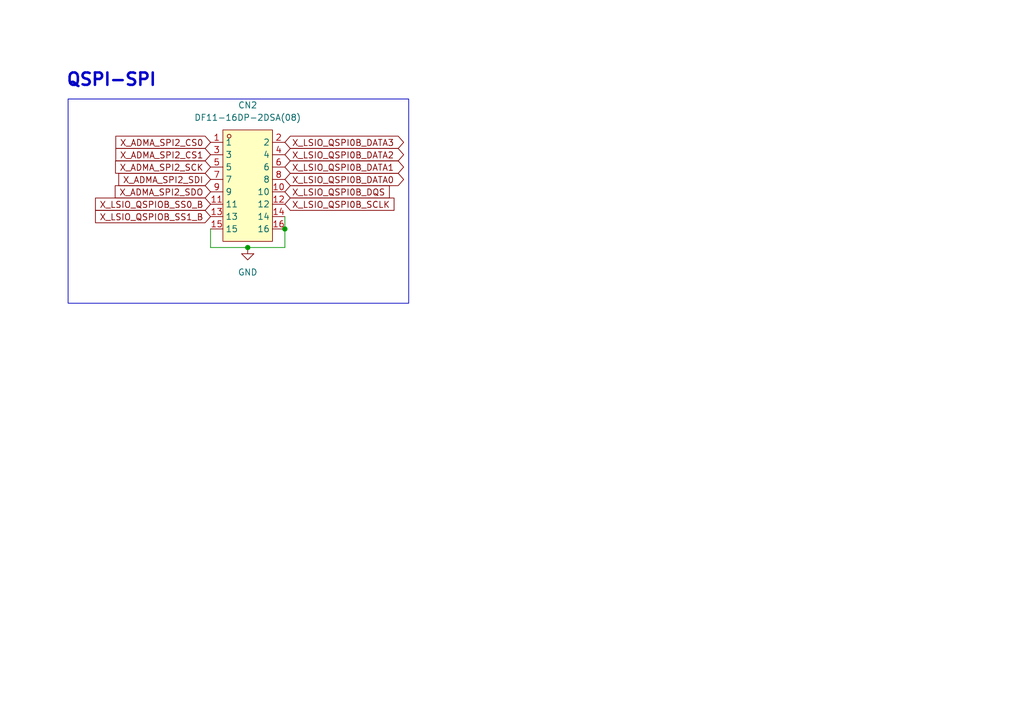
<source format=kicad_sch>
(kicad_sch (version 20250114) (generator "eeschema") (generator_version "9.0")
  (paper "A5")
  (lib_symbols
    (symbol "imx8_carrier_board_symbol_library:DF11-16DP-2DSA(08)"
      (property "Reference" "CN" (at 0 13.97 0))
      (property "Value" "DF11-16DP-2DSA(08)" (at 0 -13.97 0))
      (symbol "DF11-16DP-2DSA(08)_0_1"
        (rectangle (start -5.08 11.43) (end 5.08 -11.43) (fill (type background)))
        (circle (center -3.81 10.16) (radius 0.38))
        (pin unspecified line (at -7.62 8.89 0) (length 2.54) (name "1") (number "1"))
        (pin unspecified line (at -7.62 6.35 0) (length 2.54) (name "3") (number "3"))
        (pin unspecified line (at -7.62 3.81 0) (length 2.54) (name "5") (number "5"))
        (pin unspecified line (at -7.62 1.27 0) (length 2.54) (name "7") (number "7"))
        (pin unspecified line (at -7.62 -1.27 0) (length 2.54) (name "9") (number "9"))
        (pin unspecified line (at -7.62 -3.81 0) (length 2.54) (name "11") (number "11"))
        (pin unspecified line (at -7.62 -6.35 0) (length 2.54) (name "13") (number "13"))
        (pin unspecified line (at -7.62 -8.89 0) (length 2.54) (name "15") (number "15"))
        (pin unspecified line (at 7.62 8.89 180) (length 2.54) (name "2") (number "2"))
        (pin unspecified line (at 7.62 6.35 180) (length 2.54) (name "4") (number "4"))
        (pin unspecified line (at 7.62 3.81 180) (length 2.54) (name "6") (number "6"))
        (pin unspecified line (at 7.62 1.27 180) (length 2.54) (name "8") (number "8"))
        (pin unspecified line (at 7.62 -1.27 180) (length 2.54) (name "10") (number "10"))
        (pin unspecified line (at 7.62 -3.81 180) (length 2.54) (name "12") (number "12"))
        (pin unspecified line (at 7.62 -6.35 180) (length 2.54) (name "14") (number "14"))
        (pin unspecified line (at 7.62 -8.89 180) (length 2.54) (name "16") (number "16"))
      )
    )
    (symbol "power:GND" (power) (pin_numbers (hide yes)) (pin_names (offset 0) (hide yes))
      (property "Value" "GND" (at 0 -3.81 0))
      (symbol "GND_0_1"
        (polyline (pts (xy 0 0) (xy 0 -1.27) (xy 1.27 -1.27) (xy 0 -2.54) (xy -1.27 -1.27) (xy 0 -1.27)))
      )
      (symbol "GND_1_1"
        (pin power_in line (at 0 0 270) (length 0) (name "~") (number "1"))
      )
    )
  )
  (rectangle (start 13.97 20.32) (end 83.82 62.23))
  (text "QSPI-SPI" (at 22.86 16.51 0) (effects (font (size 2.54 2.54) (thickness 0.508) (bold yes))))
  (junction (at 58.42 46.99))
  (junction (at 50.8 50.8))
  (wire (pts (xy 58.42 46.99) (xy 58.42 50.8)))
  (wire (pts (xy 43.18 50.8) (xy 50.8 50.8)))
  (wire (pts (xy 58.42 44.45) (xy 58.42 46.99)))
  (wire (pts (xy 50.8 50.8) (xy 58.42 50.8)))
  (wire (pts (xy 43.18 46.99) (xy 43.18 50.8)))
  (global_label "X_ADMA_SPI2_CS0" (shape input) (at 43.18 29.21 180) (property "Intersheetrefs" "${INTERSHEET_REFS}" (effects (hide yes))))
  (global_label "X_LSIO_QSPI0B_DATA1" (shape bidirectional) (at 58.42 34.29 0) (property "Intersheetrefs" "${INTERSHEET_REFS}" (effects (hide yes))))
  (global_label "X_LSIO_QSPI0B_DATA2" (shape bidirectional) (at 58.42 31.75 0) (property "Intersheetrefs" "${INTERSHEET_REFS}" (effects (hide yes))))
  (global_label "X_LSIO_QSPI0B_DATA0" (shape bidirectional) (at 58.42 36.83 0) (property "Intersheetrefs" "${INTERSHEET_REFS}" (effects (hide yes))))
  (global_label "X_LSIO_QSPIOB_SS0_B" (shape input) (at 43.18 41.91 180) (property "Intersheetrefs" "${INTERSHEET_REFS}" (effects (hide yes))))
  (global_label "X_ADMA_SPI2_SCK" (shape input) (at 43.18 34.29 180) (property "Intersheetrefs" "${INTERSHEET_REFS}" (effects (hide yes))))
  (global_label "X_LSIO_QSPI0B_DQS" (shape input) (at 58.42 39.37 0) (property "Intersheetrefs" "${INTERSHEET_REFS}" (effects (hide yes))))
  (global_label "X_ADMA_SPI2_CS1" (shape input) (at 43.18 31.75 180) (property "Intersheetrefs" "${INTERSHEET_REFS}" (effects (hide yes))))
  (global_label "X_LSIO_QSPI0B_DATA3" (shape bidirectional) (at 58.42 29.21 0) (property "Intersheetrefs" "${INTERSHEET_REFS}" (effects (hide yes))))
  (global_label "X_ADMA_SPI2_SDI" (shape input) (at 43.18 36.83 180) (property "Intersheetrefs" "${INTERSHEET_REFS}" (effects (hide yes))))
  (global_label "X_LSIO_QSPI0B_SCLK" (shape input) (at 58.42 41.91 0) (property "Intersheetrefs" "${INTERSHEET_REFS}" (effects (hide yes))))
  (global_label "X_LSIO_QSPIOB_SS1_B" (shape input) (at 43.18 44.45 180) (property "Intersheetrefs" "${INTERSHEET_REFS}" (effects (hide yes))))
  (global_label "X_ADMA_SPI2_SDO" (shape input) (at 43.18 39.37 180) (property "Intersheetrefs" "${INTERSHEET_REFS}" (effects (hide yes))))
  (symbol (lib_id "imx8_carrier_board_symbol_library:DF11-16DP-2DSA(08)") (at 50.8 38.1 0) (unit 1)
    (property "Reference" "CN2" (at 50.8 21.59 0))
    (property "Value" "DF11-16DP-2DSA(08)" (at 50.8 24.13 0))
    (property "Footprint" "imx8_carrier_board_footprints:CONN-TH_DF11-16DP-2DSA-08" (effects (hide yes)))
    (property "Datasheet" "https://lcsc.com/product-detail/Wire-To-Board-Wire-To-Wire-Connector_HRS-Hirose-HRS-DF11-16DP-2DSA-08_C530981.html" (effects (hide yes)))
    (property "Description" "DF11 Connector" (effects (hide yes)))
    (property "LCSC Part" "C530981" (effects (hide yes)))
  )
  (symbol (lib_id "power:GND") (at 50.8 50.8 0) (unit 1)
    (property "Reference" "#PWR07" (effects (hide yes)))
    (property "Value" "GND" (at 50.8 55.88 0))
    (property "Description" "Power symbol creates a global label with name \"GND\" , ground" (effects (hide yes)))
  )
)
</source>
